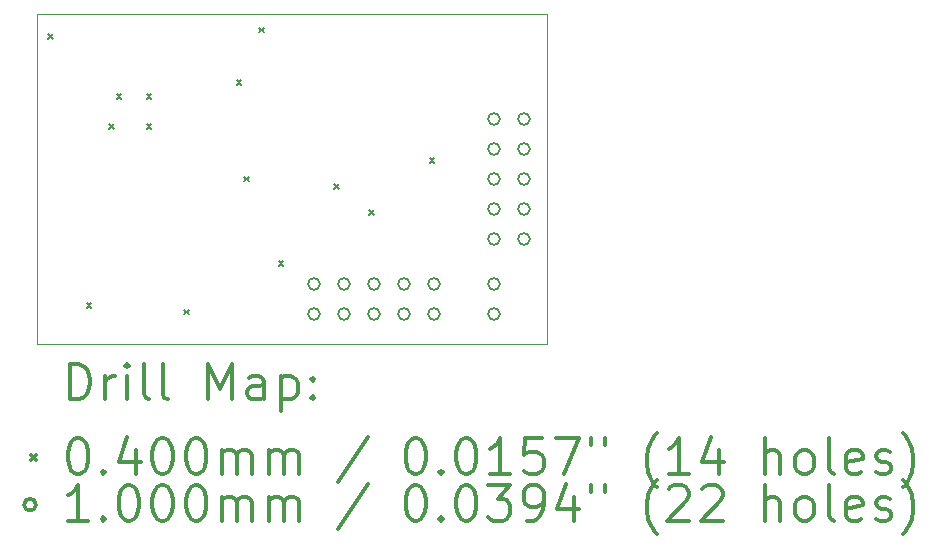
<source format=gbr>
%FSLAX45Y45*%
G04 Gerber Fmt 4.5, Leading zero omitted, Abs format (unit mm)*
G04 Created by KiCad (PCBNEW (5.1.10)-1) date 2021-11-13 20:11:33*
%MOMM*%
%LPD*%
G01*
G04 APERTURE LIST*
%TA.AperFunction,Profile*%
%ADD10C,0.100000*%
%TD*%
%ADD11C,0.200000*%
%ADD12C,0.300000*%
G04 APERTURE END LIST*
D10*
X13020000Y-8890000D02*
X8699500Y-8890000D01*
X8699500Y-8890000D02*
X8699500Y-6096000D01*
X8699500Y-6096000D02*
X13017500Y-6096000D01*
X13017500Y-6096000D02*
X13020000Y-8890000D01*
D11*
X8799896Y-6266500D02*
X8839896Y-6306500D01*
X8839896Y-6266500D02*
X8799896Y-6306500D01*
X9124000Y-8546404D02*
X9164000Y-8586404D01*
X9164000Y-8546404D02*
X9124000Y-8586404D01*
X9314500Y-7028500D02*
X9354500Y-7068500D01*
X9354500Y-7028500D02*
X9314500Y-7068500D01*
X9378000Y-6774500D02*
X9418000Y-6814500D01*
X9418000Y-6774500D02*
X9378000Y-6814500D01*
X9632000Y-6774500D02*
X9672000Y-6814500D01*
X9672000Y-6774500D02*
X9632000Y-6814500D01*
X9632000Y-7028500D02*
X9672000Y-7068500D01*
X9672000Y-7028500D02*
X9632000Y-7068500D01*
X9950000Y-8600000D02*
X9990000Y-8640000D01*
X9990000Y-8600000D02*
X9950000Y-8640000D01*
X10394000Y-6656000D02*
X10434000Y-6696000D01*
X10434000Y-6656000D02*
X10394000Y-6696000D01*
X10456484Y-7473000D02*
X10496484Y-7513000D01*
X10496484Y-7473000D02*
X10456484Y-7513000D01*
X10584500Y-6212000D02*
X10624500Y-6252000D01*
X10624500Y-6212000D02*
X10584500Y-6252000D01*
X10750000Y-8188000D02*
X10790000Y-8228000D01*
X10790000Y-8188000D02*
X10750000Y-8228000D01*
X11219500Y-7536500D02*
X11259500Y-7576500D01*
X11259500Y-7536500D02*
X11219500Y-7576500D01*
X11513124Y-7759004D02*
X11553124Y-7799004D01*
X11553124Y-7759004D02*
X11513124Y-7799004D01*
X12028744Y-7317552D02*
X12068744Y-7357552D01*
X12068744Y-7317552D02*
X12028744Y-7357552D01*
X11099000Y-8382000D02*
G75*
G03*
X11099000Y-8382000I-50000J0D01*
G01*
X11099000Y-8636000D02*
G75*
G03*
X11099000Y-8636000I-50000J0D01*
G01*
X11353000Y-8382000D02*
G75*
G03*
X11353000Y-8382000I-50000J0D01*
G01*
X11353000Y-8636000D02*
G75*
G03*
X11353000Y-8636000I-50000J0D01*
G01*
X11607000Y-8382000D02*
G75*
G03*
X11607000Y-8382000I-50000J0D01*
G01*
X11607000Y-8636000D02*
G75*
G03*
X11607000Y-8636000I-50000J0D01*
G01*
X11861000Y-8382000D02*
G75*
G03*
X11861000Y-8382000I-50000J0D01*
G01*
X11861000Y-8636000D02*
G75*
G03*
X11861000Y-8636000I-50000J0D01*
G01*
X12115000Y-8382000D02*
G75*
G03*
X12115000Y-8382000I-50000J0D01*
G01*
X12115000Y-8636000D02*
G75*
G03*
X12115000Y-8636000I-50000J0D01*
G01*
X12623000Y-6985000D02*
G75*
G03*
X12623000Y-6985000I-50000J0D01*
G01*
X12623000Y-7239000D02*
G75*
G03*
X12623000Y-7239000I-50000J0D01*
G01*
X12623000Y-7493000D02*
G75*
G03*
X12623000Y-7493000I-50000J0D01*
G01*
X12623000Y-7747000D02*
G75*
G03*
X12623000Y-7747000I-50000J0D01*
G01*
X12623000Y-8001000D02*
G75*
G03*
X12623000Y-8001000I-50000J0D01*
G01*
X12623000Y-8382000D02*
G75*
G03*
X12623000Y-8382000I-50000J0D01*
G01*
X12623000Y-8636000D02*
G75*
G03*
X12623000Y-8636000I-50000J0D01*
G01*
X12877000Y-6985000D02*
G75*
G03*
X12877000Y-6985000I-50000J0D01*
G01*
X12877000Y-7239000D02*
G75*
G03*
X12877000Y-7239000I-50000J0D01*
G01*
X12877000Y-7493000D02*
G75*
G03*
X12877000Y-7493000I-50000J0D01*
G01*
X12877000Y-7747000D02*
G75*
G03*
X12877000Y-7747000I-50000J0D01*
G01*
X12877000Y-8001000D02*
G75*
G03*
X12877000Y-8001000I-50000J0D01*
G01*
D12*
X8980928Y-9360714D02*
X8980928Y-9060714D01*
X9052357Y-9060714D01*
X9095214Y-9075000D01*
X9123786Y-9103572D01*
X9138071Y-9132143D01*
X9152357Y-9189286D01*
X9152357Y-9232143D01*
X9138071Y-9289286D01*
X9123786Y-9317857D01*
X9095214Y-9346429D01*
X9052357Y-9360714D01*
X8980928Y-9360714D01*
X9280928Y-9360714D02*
X9280928Y-9160714D01*
X9280928Y-9217857D02*
X9295214Y-9189286D01*
X9309500Y-9175000D01*
X9338071Y-9160714D01*
X9366643Y-9160714D01*
X9466643Y-9360714D02*
X9466643Y-9160714D01*
X9466643Y-9060714D02*
X9452357Y-9075000D01*
X9466643Y-9089286D01*
X9480928Y-9075000D01*
X9466643Y-9060714D01*
X9466643Y-9089286D01*
X9652357Y-9360714D02*
X9623786Y-9346429D01*
X9609500Y-9317857D01*
X9609500Y-9060714D01*
X9809500Y-9360714D02*
X9780928Y-9346429D01*
X9766643Y-9317857D01*
X9766643Y-9060714D01*
X10152357Y-9360714D02*
X10152357Y-9060714D01*
X10252357Y-9275000D01*
X10352357Y-9060714D01*
X10352357Y-9360714D01*
X10623786Y-9360714D02*
X10623786Y-9203572D01*
X10609500Y-9175000D01*
X10580928Y-9160714D01*
X10523786Y-9160714D01*
X10495214Y-9175000D01*
X10623786Y-9346429D02*
X10595214Y-9360714D01*
X10523786Y-9360714D01*
X10495214Y-9346429D01*
X10480928Y-9317857D01*
X10480928Y-9289286D01*
X10495214Y-9260714D01*
X10523786Y-9246429D01*
X10595214Y-9246429D01*
X10623786Y-9232143D01*
X10766643Y-9160714D02*
X10766643Y-9460714D01*
X10766643Y-9175000D02*
X10795214Y-9160714D01*
X10852357Y-9160714D01*
X10880928Y-9175000D01*
X10895214Y-9189286D01*
X10909500Y-9217857D01*
X10909500Y-9303572D01*
X10895214Y-9332143D01*
X10880928Y-9346429D01*
X10852357Y-9360714D01*
X10795214Y-9360714D01*
X10766643Y-9346429D01*
X11038071Y-9332143D02*
X11052357Y-9346429D01*
X11038071Y-9360714D01*
X11023786Y-9346429D01*
X11038071Y-9332143D01*
X11038071Y-9360714D01*
X11038071Y-9175000D02*
X11052357Y-9189286D01*
X11038071Y-9203572D01*
X11023786Y-9189286D01*
X11038071Y-9175000D01*
X11038071Y-9203572D01*
X8654500Y-9835000D02*
X8694500Y-9875000D01*
X8694500Y-9835000D02*
X8654500Y-9875000D01*
X9038071Y-9690714D02*
X9066643Y-9690714D01*
X9095214Y-9705000D01*
X9109500Y-9719286D01*
X9123786Y-9747857D01*
X9138071Y-9805000D01*
X9138071Y-9876429D01*
X9123786Y-9933572D01*
X9109500Y-9962143D01*
X9095214Y-9976429D01*
X9066643Y-9990714D01*
X9038071Y-9990714D01*
X9009500Y-9976429D01*
X8995214Y-9962143D01*
X8980928Y-9933572D01*
X8966643Y-9876429D01*
X8966643Y-9805000D01*
X8980928Y-9747857D01*
X8995214Y-9719286D01*
X9009500Y-9705000D01*
X9038071Y-9690714D01*
X9266643Y-9962143D02*
X9280928Y-9976429D01*
X9266643Y-9990714D01*
X9252357Y-9976429D01*
X9266643Y-9962143D01*
X9266643Y-9990714D01*
X9538071Y-9790714D02*
X9538071Y-9990714D01*
X9466643Y-9676429D02*
X9395214Y-9890714D01*
X9580928Y-9890714D01*
X9752357Y-9690714D02*
X9780928Y-9690714D01*
X9809500Y-9705000D01*
X9823786Y-9719286D01*
X9838071Y-9747857D01*
X9852357Y-9805000D01*
X9852357Y-9876429D01*
X9838071Y-9933572D01*
X9823786Y-9962143D01*
X9809500Y-9976429D01*
X9780928Y-9990714D01*
X9752357Y-9990714D01*
X9723786Y-9976429D01*
X9709500Y-9962143D01*
X9695214Y-9933572D01*
X9680928Y-9876429D01*
X9680928Y-9805000D01*
X9695214Y-9747857D01*
X9709500Y-9719286D01*
X9723786Y-9705000D01*
X9752357Y-9690714D01*
X10038071Y-9690714D02*
X10066643Y-9690714D01*
X10095214Y-9705000D01*
X10109500Y-9719286D01*
X10123786Y-9747857D01*
X10138071Y-9805000D01*
X10138071Y-9876429D01*
X10123786Y-9933572D01*
X10109500Y-9962143D01*
X10095214Y-9976429D01*
X10066643Y-9990714D01*
X10038071Y-9990714D01*
X10009500Y-9976429D01*
X9995214Y-9962143D01*
X9980928Y-9933572D01*
X9966643Y-9876429D01*
X9966643Y-9805000D01*
X9980928Y-9747857D01*
X9995214Y-9719286D01*
X10009500Y-9705000D01*
X10038071Y-9690714D01*
X10266643Y-9990714D02*
X10266643Y-9790714D01*
X10266643Y-9819286D02*
X10280928Y-9805000D01*
X10309500Y-9790714D01*
X10352357Y-9790714D01*
X10380928Y-9805000D01*
X10395214Y-9833572D01*
X10395214Y-9990714D01*
X10395214Y-9833572D02*
X10409500Y-9805000D01*
X10438071Y-9790714D01*
X10480928Y-9790714D01*
X10509500Y-9805000D01*
X10523786Y-9833572D01*
X10523786Y-9990714D01*
X10666643Y-9990714D02*
X10666643Y-9790714D01*
X10666643Y-9819286D02*
X10680928Y-9805000D01*
X10709500Y-9790714D01*
X10752357Y-9790714D01*
X10780928Y-9805000D01*
X10795214Y-9833572D01*
X10795214Y-9990714D01*
X10795214Y-9833572D02*
X10809500Y-9805000D01*
X10838071Y-9790714D01*
X10880928Y-9790714D01*
X10909500Y-9805000D01*
X10923786Y-9833572D01*
X10923786Y-9990714D01*
X11509500Y-9676429D02*
X11252357Y-10062143D01*
X11895214Y-9690714D02*
X11923786Y-9690714D01*
X11952357Y-9705000D01*
X11966643Y-9719286D01*
X11980928Y-9747857D01*
X11995214Y-9805000D01*
X11995214Y-9876429D01*
X11980928Y-9933572D01*
X11966643Y-9962143D01*
X11952357Y-9976429D01*
X11923786Y-9990714D01*
X11895214Y-9990714D01*
X11866643Y-9976429D01*
X11852357Y-9962143D01*
X11838071Y-9933572D01*
X11823786Y-9876429D01*
X11823786Y-9805000D01*
X11838071Y-9747857D01*
X11852357Y-9719286D01*
X11866643Y-9705000D01*
X11895214Y-9690714D01*
X12123786Y-9962143D02*
X12138071Y-9976429D01*
X12123786Y-9990714D01*
X12109500Y-9976429D01*
X12123786Y-9962143D01*
X12123786Y-9990714D01*
X12323786Y-9690714D02*
X12352357Y-9690714D01*
X12380928Y-9705000D01*
X12395214Y-9719286D01*
X12409500Y-9747857D01*
X12423786Y-9805000D01*
X12423786Y-9876429D01*
X12409500Y-9933572D01*
X12395214Y-9962143D01*
X12380928Y-9976429D01*
X12352357Y-9990714D01*
X12323786Y-9990714D01*
X12295214Y-9976429D01*
X12280928Y-9962143D01*
X12266643Y-9933572D01*
X12252357Y-9876429D01*
X12252357Y-9805000D01*
X12266643Y-9747857D01*
X12280928Y-9719286D01*
X12295214Y-9705000D01*
X12323786Y-9690714D01*
X12709500Y-9990714D02*
X12538071Y-9990714D01*
X12623786Y-9990714D02*
X12623786Y-9690714D01*
X12595214Y-9733572D01*
X12566643Y-9762143D01*
X12538071Y-9776429D01*
X12980928Y-9690714D02*
X12838071Y-9690714D01*
X12823786Y-9833572D01*
X12838071Y-9819286D01*
X12866643Y-9805000D01*
X12938071Y-9805000D01*
X12966643Y-9819286D01*
X12980928Y-9833572D01*
X12995214Y-9862143D01*
X12995214Y-9933572D01*
X12980928Y-9962143D01*
X12966643Y-9976429D01*
X12938071Y-9990714D01*
X12866643Y-9990714D01*
X12838071Y-9976429D01*
X12823786Y-9962143D01*
X13095214Y-9690714D02*
X13295214Y-9690714D01*
X13166643Y-9990714D01*
X13395214Y-9690714D02*
X13395214Y-9747857D01*
X13509500Y-9690714D02*
X13509500Y-9747857D01*
X13952357Y-10105000D02*
X13938071Y-10090714D01*
X13909500Y-10047857D01*
X13895214Y-10019286D01*
X13880928Y-9976429D01*
X13866643Y-9905000D01*
X13866643Y-9847857D01*
X13880928Y-9776429D01*
X13895214Y-9733572D01*
X13909500Y-9705000D01*
X13938071Y-9662143D01*
X13952357Y-9647857D01*
X14223786Y-9990714D02*
X14052357Y-9990714D01*
X14138071Y-9990714D02*
X14138071Y-9690714D01*
X14109500Y-9733572D01*
X14080928Y-9762143D01*
X14052357Y-9776429D01*
X14480928Y-9790714D02*
X14480928Y-9990714D01*
X14409500Y-9676429D02*
X14338071Y-9890714D01*
X14523786Y-9890714D01*
X14866643Y-9990714D02*
X14866643Y-9690714D01*
X14995214Y-9990714D02*
X14995214Y-9833572D01*
X14980928Y-9805000D01*
X14952357Y-9790714D01*
X14909500Y-9790714D01*
X14880928Y-9805000D01*
X14866643Y-9819286D01*
X15180928Y-9990714D02*
X15152357Y-9976429D01*
X15138071Y-9962143D01*
X15123786Y-9933572D01*
X15123786Y-9847857D01*
X15138071Y-9819286D01*
X15152357Y-9805000D01*
X15180928Y-9790714D01*
X15223786Y-9790714D01*
X15252357Y-9805000D01*
X15266643Y-9819286D01*
X15280928Y-9847857D01*
X15280928Y-9933572D01*
X15266643Y-9962143D01*
X15252357Y-9976429D01*
X15223786Y-9990714D01*
X15180928Y-9990714D01*
X15452357Y-9990714D02*
X15423786Y-9976429D01*
X15409500Y-9947857D01*
X15409500Y-9690714D01*
X15680928Y-9976429D02*
X15652357Y-9990714D01*
X15595214Y-9990714D01*
X15566643Y-9976429D01*
X15552357Y-9947857D01*
X15552357Y-9833572D01*
X15566643Y-9805000D01*
X15595214Y-9790714D01*
X15652357Y-9790714D01*
X15680928Y-9805000D01*
X15695214Y-9833572D01*
X15695214Y-9862143D01*
X15552357Y-9890714D01*
X15809500Y-9976429D02*
X15838071Y-9990714D01*
X15895214Y-9990714D01*
X15923786Y-9976429D01*
X15938071Y-9947857D01*
X15938071Y-9933572D01*
X15923786Y-9905000D01*
X15895214Y-9890714D01*
X15852357Y-9890714D01*
X15823786Y-9876429D01*
X15809500Y-9847857D01*
X15809500Y-9833572D01*
X15823786Y-9805000D01*
X15852357Y-9790714D01*
X15895214Y-9790714D01*
X15923786Y-9805000D01*
X16038071Y-10105000D02*
X16052357Y-10090714D01*
X16080928Y-10047857D01*
X16095214Y-10019286D01*
X16109500Y-9976429D01*
X16123786Y-9905000D01*
X16123786Y-9847857D01*
X16109500Y-9776429D01*
X16095214Y-9733572D01*
X16080928Y-9705000D01*
X16052357Y-9662143D01*
X16038071Y-9647857D01*
X8694500Y-10251000D02*
G75*
G03*
X8694500Y-10251000I-50000J0D01*
G01*
X9138071Y-10386714D02*
X8966643Y-10386714D01*
X9052357Y-10386714D02*
X9052357Y-10086714D01*
X9023786Y-10129572D01*
X8995214Y-10158143D01*
X8966643Y-10172429D01*
X9266643Y-10358143D02*
X9280928Y-10372429D01*
X9266643Y-10386714D01*
X9252357Y-10372429D01*
X9266643Y-10358143D01*
X9266643Y-10386714D01*
X9466643Y-10086714D02*
X9495214Y-10086714D01*
X9523786Y-10101000D01*
X9538071Y-10115286D01*
X9552357Y-10143857D01*
X9566643Y-10201000D01*
X9566643Y-10272429D01*
X9552357Y-10329572D01*
X9538071Y-10358143D01*
X9523786Y-10372429D01*
X9495214Y-10386714D01*
X9466643Y-10386714D01*
X9438071Y-10372429D01*
X9423786Y-10358143D01*
X9409500Y-10329572D01*
X9395214Y-10272429D01*
X9395214Y-10201000D01*
X9409500Y-10143857D01*
X9423786Y-10115286D01*
X9438071Y-10101000D01*
X9466643Y-10086714D01*
X9752357Y-10086714D02*
X9780928Y-10086714D01*
X9809500Y-10101000D01*
X9823786Y-10115286D01*
X9838071Y-10143857D01*
X9852357Y-10201000D01*
X9852357Y-10272429D01*
X9838071Y-10329572D01*
X9823786Y-10358143D01*
X9809500Y-10372429D01*
X9780928Y-10386714D01*
X9752357Y-10386714D01*
X9723786Y-10372429D01*
X9709500Y-10358143D01*
X9695214Y-10329572D01*
X9680928Y-10272429D01*
X9680928Y-10201000D01*
X9695214Y-10143857D01*
X9709500Y-10115286D01*
X9723786Y-10101000D01*
X9752357Y-10086714D01*
X10038071Y-10086714D02*
X10066643Y-10086714D01*
X10095214Y-10101000D01*
X10109500Y-10115286D01*
X10123786Y-10143857D01*
X10138071Y-10201000D01*
X10138071Y-10272429D01*
X10123786Y-10329572D01*
X10109500Y-10358143D01*
X10095214Y-10372429D01*
X10066643Y-10386714D01*
X10038071Y-10386714D01*
X10009500Y-10372429D01*
X9995214Y-10358143D01*
X9980928Y-10329572D01*
X9966643Y-10272429D01*
X9966643Y-10201000D01*
X9980928Y-10143857D01*
X9995214Y-10115286D01*
X10009500Y-10101000D01*
X10038071Y-10086714D01*
X10266643Y-10386714D02*
X10266643Y-10186714D01*
X10266643Y-10215286D02*
X10280928Y-10201000D01*
X10309500Y-10186714D01*
X10352357Y-10186714D01*
X10380928Y-10201000D01*
X10395214Y-10229572D01*
X10395214Y-10386714D01*
X10395214Y-10229572D02*
X10409500Y-10201000D01*
X10438071Y-10186714D01*
X10480928Y-10186714D01*
X10509500Y-10201000D01*
X10523786Y-10229572D01*
X10523786Y-10386714D01*
X10666643Y-10386714D02*
X10666643Y-10186714D01*
X10666643Y-10215286D02*
X10680928Y-10201000D01*
X10709500Y-10186714D01*
X10752357Y-10186714D01*
X10780928Y-10201000D01*
X10795214Y-10229572D01*
X10795214Y-10386714D01*
X10795214Y-10229572D02*
X10809500Y-10201000D01*
X10838071Y-10186714D01*
X10880928Y-10186714D01*
X10909500Y-10201000D01*
X10923786Y-10229572D01*
X10923786Y-10386714D01*
X11509500Y-10072429D02*
X11252357Y-10458143D01*
X11895214Y-10086714D02*
X11923786Y-10086714D01*
X11952357Y-10101000D01*
X11966643Y-10115286D01*
X11980928Y-10143857D01*
X11995214Y-10201000D01*
X11995214Y-10272429D01*
X11980928Y-10329572D01*
X11966643Y-10358143D01*
X11952357Y-10372429D01*
X11923786Y-10386714D01*
X11895214Y-10386714D01*
X11866643Y-10372429D01*
X11852357Y-10358143D01*
X11838071Y-10329572D01*
X11823786Y-10272429D01*
X11823786Y-10201000D01*
X11838071Y-10143857D01*
X11852357Y-10115286D01*
X11866643Y-10101000D01*
X11895214Y-10086714D01*
X12123786Y-10358143D02*
X12138071Y-10372429D01*
X12123786Y-10386714D01*
X12109500Y-10372429D01*
X12123786Y-10358143D01*
X12123786Y-10386714D01*
X12323786Y-10086714D02*
X12352357Y-10086714D01*
X12380928Y-10101000D01*
X12395214Y-10115286D01*
X12409500Y-10143857D01*
X12423786Y-10201000D01*
X12423786Y-10272429D01*
X12409500Y-10329572D01*
X12395214Y-10358143D01*
X12380928Y-10372429D01*
X12352357Y-10386714D01*
X12323786Y-10386714D01*
X12295214Y-10372429D01*
X12280928Y-10358143D01*
X12266643Y-10329572D01*
X12252357Y-10272429D01*
X12252357Y-10201000D01*
X12266643Y-10143857D01*
X12280928Y-10115286D01*
X12295214Y-10101000D01*
X12323786Y-10086714D01*
X12523786Y-10086714D02*
X12709500Y-10086714D01*
X12609500Y-10201000D01*
X12652357Y-10201000D01*
X12680928Y-10215286D01*
X12695214Y-10229572D01*
X12709500Y-10258143D01*
X12709500Y-10329572D01*
X12695214Y-10358143D01*
X12680928Y-10372429D01*
X12652357Y-10386714D01*
X12566643Y-10386714D01*
X12538071Y-10372429D01*
X12523786Y-10358143D01*
X12852357Y-10386714D02*
X12909500Y-10386714D01*
X12938071Y-10372429D01*
X12952357Y-10358143D01*
X12980928Y-10315286D01*
X12995214Y-10258143D01*
X12995214Y-10143857D01*
X12980928Y-10115286D01*
X12966643Y-10101000D01*
X12938071Y-10086714D01*
X12880928Y-10086714D01*
X12852357Y-10101000D01*
X12838071Y-10115286D01*
X12823786Y-10143857D01*
X12823786Y-10215286D01*
X12838071Y-10243857D01*
X12852357Y-10258143D01*
X12880928Y-10272429D01*
X12938071Y-10272429D01*
X12966643Y-10258143D01*
X12980928Y-10243857D01*
X12995214Y-10215286D01*
X13252357Y-10186714D02*
X13252357Y-10386714D01*
X13180928Y-10072429D02*
X13109500Y-10286714D01*
X13295214Y-10286714D01*
X13395214Y-10086714D02*
X13395214Y-10143857D01*
X13509500Y-10086714D02*
X13509500Y-10143857D01*
X13952357Y-10501000D02*
X13938071Y-10486714D01*
X13909500Y-10443857D01*
X13895214Y-10415286D01*
X13880928Y-10372429D01*
X13866643Y-10301000D01*
X13866643Y-10243857D01*
X13880928Y-10172429D01*
X13895214Y-10129572D01*
X13909500Y-10101000D01*
X13938071Y-10058143D01*
X13952357Y-10043857D01*
X14052357Y-10115286D02*
X14066643Y-10101000D01*
X14095214Y-10086714D01*
X14166643Y-10086714D01*
X14195214Y-10101000D01*
X14209500Y-10115286D01*
X14223786Y-10143857D01*
X14223786Y-10172429D01*
X14209500Y-10215286D01*
X14038071Y-10386714D01*
X14223786Y-10386714D01*
X14338071Y-10115286D02*
X14352357Y-10101000D01*
X14380928Y-10086714D01*
X14452357Y-10086714D01*
X14480928Y-10101000D01*
X14495214Y-10115286D01*
X14509500Y-10143857D01*
X14509500Y-10172429D01*
X14495214Y-10215286D01*
X14323786Y-10386714D01*
X14509500Y-10386714D01*
X14866643Y-10386714D02*
X14866643Y-10086714D01*
X14995214Y-10386714D02*
X14995214Y-10229572D01*
X14980928Y-10201000D01*
X14952357Y-10186714D01*
X14909500Y-10186714D01*
X14880928Y-10201000D01*
X14866643Y-10215286D01*
X15180928Y-10386714D02*
X15152357Y-10372429D01*
X15138071Y-10358143D01*
X15123786Y-10329572D01*
X15123786Y-10243857D01*
X15138071Y-10215286D01*
X15152357Y-10201000D01*
X15180928Y-10186714D01*
X15223786Y-10186714D01*
X15252357Y-10201000D01*
X15266643Y-10215286D01*
X15280928Y-10243857D01*
X15280928Y-10329572D01*
X15266643Y-10358143D01*
X15252357Y-10372429D01*
X15223786Y-10386714D01*
X15180928Y-10386714D01*
X15452357Y-10386714D02*
X15423786Y-10372429D01*
X15409500Y-10343857D01*
X15409500Y-10086714D01*
X15680928Y-10372429D02*
X15652357Y-10386714D01*
X15595214Y-10386714D01*
X15566643Y-10372429D01*
X15552357Y-10343857D01*
X15552357Y-10229572D01*
X15566643Y-10201000D01*
X15595214Y-10186714D01*
X15652357Y-10186714D01*
X15680928Y-10201000D01*
X15695214Y-10229572D01*
X15695214Y-10258143D01*
X15552357Y-10286714D01*
X15809500Y-10372429D02*
X15838071Y-10386714D01*
X15895214Y-10386714D01*
X15923786Y-10372429D01*
X15938071Y-10343857D01*
X15938071Y-10329572D01*
X15923786Y-10301000D01*
X15895214Y-10286714D01*
X15852357Y-10286714D01*
X15823786Y-10272429D01*
X15809500Y-10243857D01*
X15809500Y-10229572D01*
X15823786Y-10201000D01*
X15852357Y-10186714D01*
X15895214Y-10186714D01*
X15923786Y-10201000D01*
X16038071Y-10501000D02*
X16052357Y-10486714D01*
X16080928Y-10443857D01*
X16095214Y-10415286D01*
X16109500Y-10372429D01*
X16123786Y-10301000D01*
X16123786Y-10243857D01*
X16109500Y-10172429D01*
X16095214Y-10129572D01*
X16080928Y-10101000D01*
X16052357Y-10058143D01*
X16038071Y-10043857D01*
M02*

</source>
